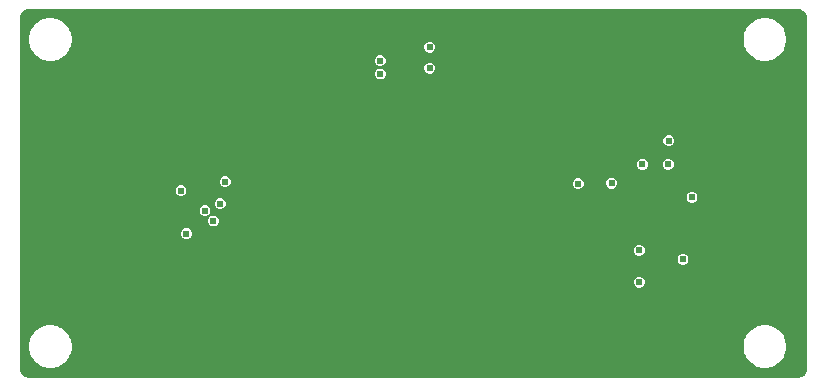
<source format=gbl>
G04*
G04 #@! TF.GenerationSoftware,Altium Limited,Altium Designer,24.4.1 (13)*
G04*
G04 Layer_Physical_Order=4*
G04 Layer_Color=16711680*
%FSLAX44Y44*%
%MOMM*%
G71*
G04*
G04 #@! TF.SameCoordinates,A288B9D6-13E1-428C-940A-BB186CF4840A*
G04*
G04*
G04 #@! TF.FilePolarity,Positive*
G04*
G01*
G75*
%ADD55C,0.6096*%
G36*
X661748Y314900D02*
X663333Y314585D01*
X664827Y313967D01*
X666171Y313069D01*
X667315Y311927D01*
X668213Y310584D01*
X668833Y309091D01*
X669150Y307506D01*
X669150Y306698D01*
X669120Y10150D01*
X669120Y10150D01*
X669120Y10150D01*
X669120Y9402D01*
X668829Y7934D01*
X668256Y6552D01*
X667426Y5308D01*
X666368Y4249D01*
X665125Y3417D01*
X663743Y2844D01*
X662275Y2550D01*
X661528Y2550D01*
X10450Y2590D01*
X10450Y2590D01*
X10450Y2590D01*
X9676D01*
X8157Y2892D01*
X6727Y3484D01*
X5439Y4344D01*
X4344Y5439D01*
X3484Y6727D01*
X2892Y8157D01*
X2590Y9676D01*
Y10450D01*
X2590Y10450D01*
X2590Y10450D01*
X2570Y306760D01*
D01*
X2570Y307559D01*
X2881Y309127D01*
X3493Y310604D01*
X4380Y311934D01*
X5510Y313065D01*
X6839Y313954D01*
X8315Y314566D01*
X9883Y314880D01*
X10682Y314880D01*
D01*
X660940Y314900D01*
X661748Y314900D01*
D02*
G37*
%LPC*%
G36*
X350667Y287020D02*
X348849D01*
X347168Y286324D01*
X345882Y285038D01*
X345186Y283357D01*
Y281539D01*
X345882Y279858D01*
X347168Y278572D01*
X348849Y277876D01*
X350667D01*
X352348Y278572D01*
X353634Y279858D01*
X354330Y281539D01*
Y283357D01*
X353634Y285038D01*
X352348Y286324D01*
X350667Y287020D01*
D02*
G37*
G36*
X635037Y307050D02*
X631983D01*
X631733Y307000D01*
X631478D01*
X628484Y306404D01*
X628248Y306307D01*
X627998Y306257D01*
X625177Y305089D01*
X624965Y304947D01*
X624729Y304849D01*
X622191Y303153D01*
X622010Y302973D01*
X621798Y302831D01*
X619639Y300672D01*
X619497Y300460D01*
X619317Y300280D01*
X617621Y297741D01*
X617523Y297505D01*
X617381Y297293D01*
X616213Y294472D01*
X616163Y294222D01*
X616066Y293986D01*
X615470Y290992D01*
Y290737D01*
X615420Y290487D01*
Y288960D01*
Y287433D01*
X615470Y287183D01*
Y286928D01*
X616066Y283934D01*
X616163Y283698D01*
X616213Y283448D01*
X617381Y280627D01*
X617523Y280415D01*
X617621Y280179D01*
X619317Y277640D01*
X619497Y277460D01*
X619639Y277248D01*
X621798Y275089D01*
X622010Y274947D01*
X622191Y274767D01*
X624729Y273071D01*
X624965Y272973D01*
X625177Y272831D01*
X627998Y271663D01*
X628248Y271613D01*
X628484Y271516D01*
X631478Y270920D01*
X631733D01*
X631983Y270870D01*
X635037D01*
X635287Y270920D01*
X635542D01*
X638536Y271516D01*
X638772Y271613D01*
X639022Y271663D01*
X641843Y272831D01*
X642055Y272973D01*
X642291Y273071D01*
X644829Y274767D01*
X645010Y274947D01*
X645222Y275089D01*
X647381Y277248D01*
X647523Y277460D01*
X647703Y277640D01*
X649399Y280179D01*
X649497Y280415D01*
X649639Y280627D01*
X650807Y283448D01*
X650857Y283698D01*
X650954Y283934D01*
X651550Y286928D01*
Y287183D01*
X651600Y287433D01*
Y288960D01*
Y290487D01*
X651550Y290737D01*
Y290992D01*
X650954Y293986D01*
X650857Y294222D01*
X650807Y294472D01*
X649639Y297293D01*
X649497Y297505D01*
X649399Y297741D01*
X647703Y300280D01*
X647523Y300460D01*
X647381Y300672D01*
X645222Y302831D01*
X645010Y302973D01*
X644829Y303153D01*
X642291Y304849D01*
X642055Y304947D01*
X641843Y305089D01*
X639022Y306257D01*
X638772Y306307D01*
X638536Y306404D01*
X635542Y307000D01*
X635287D01*
X635037Y307050D01*
D02*
G37*
G36*
X30037D02*
X26983D01*
X26733Y307000D01*
X26478D01*
X23484Y306404D01*
X23248Y306307D01*
X22998Y306257D01*
X20177Y305089D01*
X19965Y304947D01*
X19729Y304849D01*
X17191Y303153D01*
X17010Y302973D01*
X16798Y302831D01*
X14639Y300672D01*
X14497Y300460D01*
X14317Y300280D01*
X12621Y297741D01*
X12523Y297505D01*
X12381Y297293D01*
X11213Y294472D01*
X11163Y294222D01*
X11066Y293986D01*
X10470Y290992D01*
Y290737D01*
X10420Y290487D01*
Y288960D01*
Y287433D01*
X10470Y287183D01*
Y286928D01*
X11066Y283934D01*
X11163Y283698D01*
X11213Y283448D01*
X12381Y280627D01*
X12523Y280415D01*
X12621Y280179D01*
X14317Y277640D01*
X14497Y277460D01*
X14639Y277248D01*
X16798Y275089D01*
X17010Y274947D01*
X17191Y274767D01*
X19729Y273071D01*
X19965Y272973D01*
X20177Y272831D01*
X22998Y271663D01*
X23248Y271613D01*
X23484Y271516D01*
X26478Y270920D01*
X26733D01*
X26983Y270870D01*
X30037D01*
X30287Y270920D01*
X30542D01*
X33536Y271516D01*
X33772Y271613D01*
X34022Y271663D01*
X36843Y272831D01*
X37055Y272973D01*
X37291Y273071D01*
X39829Y274767D01*
X40010Y274947D01*
X40222Y275089D01*
X42381Y277248D01*
X42523Y277460D01*
X42703Y277640D01*
X44399Y280179D01*
X44497Y280415D01*
X44639Y280627D01*
X45807Y283448D01*
X45857Y283698D01*
X45954Y283934D01*
X46550Y286928D01*
Y287183D01*
X46600Y287433D01*
Y288960D01*
Y290487D01*
X46550Y290737D01*
Y290992D01*
X45954Y293986D01*
X45857Y294222D01*
X45807Y294472D01*
X44639Y297293D01*
X44497Y297505D01*
X44399Y297741D01*
X42703Y300280D01*
X42523Y300460D01*
X42381Y300672D01*
X40222Y302831D01*
X40010Y302973D01*
X39829Y303153D01*
X37291Y304849D01*
X37055Y304947D01*
X36843Y305089D01*
X34022Y306257D01*
X33772Y306307D01*
X33536Y306404D01*
X30542Y307000D01*
X30287D01*
X30037Y307050D01*
D02*
G37*
G36*
X308757Y275590D02*
X306939D01*
X305258Y274894D01*
X303972Y273608D01*
X303276Y271927D01*
Y270109D01*
X303972Y268428D01*
X305258Y267142D01*
X306939Y266446D01*
X308757D01*
X310438Y267142D01*
X311724Y268428D01*
X312420Y270109D01*
Y271927D01*
X311724Y273608D01*
X310438Y274894D01*
X308757Y275590D01*
D02*
G37*
G36*
X350667Y269240D02*
X348849D01*
X347168Y268544D01*
X345882Y267258D01*
X345186Y265577D01*
Y263759D01*
X345882Y262078D01*
X347168Y260792D01*
X348849Y260096D01*
X350667D01*
X352348Y260792D01*
X353634Y262078D01*
X354330Y263759D01*
Y265577D01*
X353634Y267258D01*
X352348Y268544D01*
X350667Y269240D01*
D02*
G37*
G36*
X308757Y264334D02*
X306939D01*
X305258Y263638D01*
X303972Y262352D01*
X303276Y260671D01*
Y258853D01*
X303972Y257172D01*
X305258Y255886D01*
X306939Y255190D01*
X308757D01*
X310438Y255886D01*
X311724Y257172D01*
X312420Y258853D01*
Y260671D01*
X311724Y262352D01*
X310438Y263638D01*
X308757Y264334D01*
D02*
G37*
G36*
X553105Y207772D02*
X551287D01*
X549606Y207076D01*
X548320Y205790D01*
X547624Y204109D01*
Y202291D01*
X548320Y200610D01*
X549606Y199324D01*
X551287Y198628D01*
X553105D01*
X554786Y199324D01*
X556072Y200610D01*
X556768Y202291D01*
Y204109D01*
X556072Y205790D01*
X554786Y207076D01*
X553105Y207772D01*
D02*
G37*
G36*
X552597Y187706D02*
X550779D01*
X549098Y187010D01*
X547812Y185724D01*
X547116Y184043D01*
Y182225D01*
X547812Y180544D01*
X549098Y179258D01*
X550779Y178562D01*
X552597D01*
X554278Y179258D01*
X555564Y180544D01*
X556260Y182225D01*
Y184043D01*
X555564Y185724D01*
X554278Y187010D01*
X552597Y187706D01*
D02*
G37*
G36*
X530753D02*
X528935D01*
X527254Y187010D01*
X525968Y185724D01*
X525272Y184043D01*
Y182225D01*
X525968Y180544D01*
X527254Y179258D01*
X528935Y178562D01*
X530753D01*
X532434Y179258D01*
X533720Y180544D01*
X534416Y182225D01*
Y184043D01*
X533720Y185724D01*
X532434Y187010D01*
X530753Y187706D01*
D02*
G37*
G36*
X177439Y172974D02*
X175621D01*
X173940Y172278D01*
X172654Y170992D01*
X171958Y169311D01*
Y167493D01*
X172654Y165812D01*
X173940Y164526D01*
X175621Y163830D01*
X177439D01*
X179120Y164526D01*
X180406Y165812D01*
X181102Y167493D01*
Y169311D01*
X180406Y170992D01*
X179120Y172278D01*
X177439Y172974D01*
D02*
G37*
G36*
X504591Y171704D02*
X502773D01*
X501092Y171008D01*
X499806Y169722D01*
X499110Y168041D01*
Y166223D01*
X499806Y164542D01*
X501092Y163256D01*
X502773Y162560D01*
X504591D01*
X506272Y163256D01*
X507558Y164542D01*
X508254Y166223D01*
Y168041D01*
X507558Y169722D01*
X506272Y171008D01*
X504591Y171704D01*
D02*
G37*
G36*
X476397Y171450D02*
X474579D01*
X472898Y170754D01*
X471612Y169468D01*
X470916Y167787D01*
Y165969D01*
X471612Y164288D01*
X472898Y163002D01*
X474579Y162306D01*
X476397D01*
X478078Y163002D01*
X479364Y164288D01*
X480060Y165969D01*
Y167787D01*
X479364Y169468D01*
X478078Y170754D01*
X476397Y171450D01*
D02*
G37*
G36*
X140101Y165354D02*
X138283D01*
X136602Y164658D01*
X135316Y163372D01*
X134620Y161691D01*
Y159873D01*
X135316Y158192D01*
X136602Y156906D01*
X138283Y156210D01*
X140101D01*
X141782Y156906D01*
X143068Y158192D01*
X143764Y159873D01*
Y161691D01*
X143068Y163372D01*
X141782Y164658D01*
X140101Y165354D01*
D02*
G37*
G36*
X572663Y160020D02*
X570845D01*
X569164Y159324D01*
X567878Y158038D01*
X567182Y156357D01*
Y154539D01*
X567878Y152858D01*
X569164Y151572D01*
X570845Y150876D01*
X572663D01*
X574344Y151572D01*
X575630Y152858D01*
X576326Y154539D01*
Y156357D01*
X575630Y158038D01*
X574344Y159324D01*
X572663Y160020D01*
D02*
G37*
G36*
X173375Y154432D02*
X171557D01*
X169876Y153736D01*
X168590Y152450D01*
X167894Y150769D01*
Y148951D01*
X168590Y147270D01*
X169876Y145984D01*
X171557Y145288D01*
X173375D01*
X175056Y145984D01*
X176342Y147270D01*
X177038Y148951D01*
Y150769D01*
X176342Y152450D01*
X175056Y153736D01*
X173375Y154432D01*
D02*
G37*
G36*
X160421Y148590D02*
X158603D01*
X156922Y147894D01*
X155636Y146608D01*
X154940Y144927D01*
Y143109D01*
X155636Y141428D01*
X156922Y140142D01*
X158603Y139446D01*
X160421D01*
X162102Y140142D01*
X163388Y141428D01*
X164084Y143109D01*
Y144927D01*
X163388Y146608D01*
X162102Y147894D01*
X160421Y148590D01*
D02*
G37*
G36*
X167435Y139798D02*
X165616D01*
X163936Y139102D01*
X162650Y137816D01*
X161954Y136136D01*
Y134317D01*
X162650Y132637D01*
X163936Y131350D01*
X165616Y130654D01*
X167435D01*
X169115Y131350D01*
X170401Y132637D01*
X171098Y134317D01*
Y136136D01*
X170401Y137816D01*
X169115Y139102D01*
X167435Y139798D01*
D02*
G37*
G36*
X144673Y129032D02*
X142855D01*
X141174Y128336D01*
X139888Y127050D01*
X139192Y125369D01*
Y123551D01*
X139888Y121870D01*
X141174Y120584D01*
X142855Y119888D01*
X144673D01*
X146354Y120584D01*
X147640Y121870D01*
X148336Y123551D01*
Y125369D01*
X147640Y127050D01*
X146354Y128336D01*
X144673Y129032D01*
D02*
G37*
G36*
X528003Y114878D02*
X526184D01*
X524504Y114182D01*
X523218Y112896D01*
X522522Y111215D01*
Y109397D01*
X523218Y107716D01*
X524504Y106430D01*
X526184Y105734D01*
X528003D01*
X529683Y106430D01*
X530970Y107716D01*
X531666Y109397D01*
Y111215D01*
X530970Y112896D01*
X529683Y114182D01*
X528003Y114878D01*
D02*
G37*
G36*
X565043Y107442D02*
X563225D01*
X561544Y106746D01*
X560258Y105460D01*
X559562Y103779D01*
Y101961D01*
X560258Y100280D01*
X561544Y98994D01*
X563225Y98298D01*
X565043D01*
X566724Y98994D01*
X568010Y100280D01*
X568706Y101961D01*
Y103779D01*
X568010Y105460D01*
X566724Y106746D01*
X565043Y107442D01*
D02*
G37*
G36*
X528003Y87928D02*
X526184D01*
X524504Y87232D01*
X523218Y85946D01*
X522522Y84265D01*
Y82446D01*
X523218Y80766D01*
X524504Y79480D01*
X526184Y78784D01*
X528003D01*
X529683Y79480D01*
X530970Y80766D01*
X531666Y82446D01*
Y84265D01*
X530970Y85946D01*
X529683Y87232D01*
X528003Y87928D01*
D02*
G37*
G36*
X635037Y47050D02*
X631983D01*
X631733Y47000D01*
X631478D01*
X628484Y46404D01*
X628248Y46307D01*
X627998Y46257D01*
X625177Y45089D01*
X624965Y44947D01*
X624729Y44849D01*
X622191Y43153D01*
X622010Y42973D01*
X621798Y42831D01*
X619639Y40672D01*
X619497Y40460D01*
X619317Y40279D01*
X617621Y37741D01*
X617523Y37505D01*
X617381Y37293D01*
X616213Y34472D01*
X616163Y34222D01*
X616066Y33986D01*
X615470Y30992D01*
Y30737D01*
X615420Y30487D01*
Y28960D01*
Y27433D01*
X615470Y27183D01*
Y26928D01*
X616066Y23934D01*
X616163Y23698D01*
X616213Y23448D01*
X617381Y20627D01*
X617523Y20415D01*
X617621Y20179D01*
X619317Y17641D01*
X619497Y17460D01*
X619639Y17248D01*
X621798Y15089D01*
X622010Y14947D01*
X622191Y14767D01*
X624729Y13071D01*
X624965Y12973D01*
X625177Y12831D01*
X627998Y11663D01*
X628248Y11613D01*
X628484Y11516D01*
X631478Y10920D01*
X631733D01*
X631983Y10870D01*
X635037D01*
X635287Y10920D01*
X635542D01*
X638536Y11516D01*
X638772Y11613D01*
X639022Y11663D01*
X641843Y12831D01*
X642055Y12973D01*
X642291Y13071D01*
X644829Y14767D01*
X645010Y14947D01*
X645222Y15089D01*
X647381Y17248D01*
X647523Y17460D01*
X647703Y17641D01*
X649399Y20179D01*
X649497Y20415D01*
X649639Y20627D01*
X650807Y23448D01*
X650857Y23698D01*
X650954Y23934D01*
X651550Y26928D01*
Y27183D01*
X651600Y27433D01*
Y28960D01*
Y30487D01*
X651550Y30737D01*
Y30992D01*
X650954Y33986D01*
X650857Y34222D01*
X650807Y34472D01*
X649639Y37293D01*
X649497Y37505D01*
X649399Y37741D01*
X647703Y40279D01*
X647523Y40460D01*
X647381Y40672D01*
X645222Y42831D01*
X645010Y42973D01*
X644829Y43153D01*
X642291Y44849D01*
X642055Y44947D01*
X641843Y45089D01*
X639022Y46257D01*
X638772Y46307D01*
X638536Y46404D01*
X635542Y47000D01*
X635287D01*
X635037Y47050D01*
D02*
G37*
G36*
X30037D02*
X26983D01*
X26733Y47000D01*
X26478D01*
X23484Y46404D01*
X23248Y46307D01*
X22998Y46257D01*
X20177Y45089D01*
X19965Y44947D01*
X19729Y44849D01*
X17191Y43153D01*
X17010Y42973D01*
X16798Y42831D01*
X14639Y40672D01*
X14497Y40460D01*
X14317Y40279D01*
X12621Y37741D01*
X12523Y37505D01*
X12381Y37293D01*
X11213Y34472D01*
X11163Y34222D01*
X11066Y33986D01*
X10470Y30992D01*
Y30737D01*
X10420Y30487D01*
Y28960D01*
Y27433D01*
X10470Y27183D01*
Y26928D01*
X11066Y23934D01*
X11163Y23698D01*
X11213Y23448D01*
X12381Y20627D01*
X12523Y20415D01*
X12621Y20179D01*
X14317Y17641D01*
X14497Y17460D01*
X14639Y17248D01*
X16798Y15089D01*
X17010Y14947D01*
X17191Y14767D01*
X19729Y13071D01*
X19965Y12973D01*
X20177Y12831D01*
X22998Y11663D01*
X23248Y11613D01*
X23484Y11516D01*
X26478Y10920D01*
X26733D01*
X26983Y10870D01*
X30037D01*
X30287Y10920D01*
X30542D01*
X33536Y11516D01*
X33772Y11613D01*
X34022Y11663D01*
X36843Y12831D01*
X37055Y12973D01*
X37291Y13071D01*
X39829Y14767D01*
X40010Y14947D01*
X40222Y15089D01*
X42381Y17248D01*
X42523Y17460D01*
X42703Y17641D01*
X44399Y20179D01*
X44497Y20415D01*
X44639Y20627D01*
X45807Y23448D01*
X45857Y23698D01*
X45954Y23934D01*
X46550Y26928D01*
Y27183D01*
X46600Y27433D01*
Y28960D01*
Y30487D01*
X46550Y30737D01*
Y30992D01*
X45954Y33986D01*
X45857Y34222D01*
X45807Y34472D01*
X44639Y37293D01*
X44497Y37505D01*
X44399Y37741D01*
X42703Y40279D01*
X42523Y40460D01*
X42381Y40672D01*
X40222Y42831D01*
X40010Y42973D01*
X39829Y43153D01*
X37291Y44849D01*
X37055Y44947D01*
X36843Y45089D01*
X34022Y46257D01*
X33772Y46307D01*
X33536Y46404D01*
X30542Y47000D01*
X30287D01*
X30037Y47050D01*
D02*
G37*
%LPD*%
D55*
X659046Y305966D02*
D03*
Y280567D02*
D03*
Y255166D02*
D03*
Y229767D02*
D03*
Y204366D02*
D03*
Y178967D02*
D03*
Y153567D02*
D03*
Y128167D02*
D03*
Y102767D02*
D03*
Y77366D02*
D03*
Y51967D02*
D03*
Y26567D02*
D03*
X633647Y255166D02*
D03*
Y229767D02*
D03*
Y51967D02*
D03*
X608246Y305966D02*
D03*
Y280567D02*
D03*
Y255166D02*
D03*
Y229767D02*
D03*
Y178967D02*
D03*
Y153567D02*
D03*
Y128167D02*
D03*
Y51967D02*
D03*
Y26567D02*
D03*
X582846Y305966D02*
D03*
Y280567D02*
D03*
Y255166D02*
D03*
Y229767D02*
D03*
Y204366D02*
D03*
Y178967D02*
D03*
Y153567D02*
D03*
Y26567D02*
D03*
X557447Y305966D02*
D03*
Y280567D02*
D03*
Y255166D02*
D03*
Y229767D02*
D03*
X532047Y305966D02*
D03*
Y280567D02*
D03*
Y255166D02*
D03*
Y153567D02*
D03*
Y51967D02*
D03*
X506646Y305966D02*
D03*
Y280567D02*
D03*
Y204366D02*
D03*
Y77366D02*
D03*
X481246Y305966D02*
D03*
Y229767D02*
D03*
Y204366D02*
D03*
Y153567D02*
D03*
Y128167D02*
D03*
Y102767D02*
D03*
Y77366D02*
D03*
Y26567D02*
D03*
X455846Y305966D02*
D03*
Y229767D02*
D03*
Y153567D02*
D03*
Y128167D02*
D03*
Y102767D02*
D03*
Y51967D02*
D03*
X430447Y305966D02*
D03*
Y204366D02*
D03*
Y153567D02*
D03*
Y128167D02*
D03*
Y77366D02*
D03*
Y51967D02*
D03*
X405047Y305966D02*
D03*
Y229767D02*
D03*
Y204366D02*
D03*
Y178967D02*
D03*
Y102767D02*
D03*
Y77366D02*
D03*
Y51967D02*
D03*
X379646Y305966D02*
D03*
Y178967D02*
D03*
Y51967D02*
D03*
X354246Y305966D02*
D03*
Y51967D02*
D03*
X328847Y305966D02*
D03*
Y178967D02*
D03*
Y51967D02*
D03*
X303447Y305966D02*
D03*
Y280567D02*
D03*
Y51967D02*
D03*
X278046Y305966D02*
D03*
Y51967D02*
D03*
X252647Y305966D02*
D03*
Y280567D02*
D03*
Y51967D02*
D03*
X227246Y305966D02*
D03*
Y280567D02*
D03*
Y255166D02*
D03*
Y229767D02*
D03*
Y128167D02*
D03*
Y102767D02*
D03*
Y77366D02*
D03*
Y26567D02*
D03*
X201847Y305966D02*
D03*
Y280567D02*
D03*
Y255166D02*
D03*
Y229767D02*
D03*
Y51967D02*
D03*
Y26567D02*
D03*
X176446Y305966D02*
D03*
Y280567D02*
D03*
Y255166D02*
D03*
Y229767D02*
D03*
Y128167D02*
D03*
Y102767D02*
D03*
Y51967D02*
D03*
X151046Y305966D02*
D03*
Y280567D02*
D03*
Y255166D02*
D03*
Y229767D02*
D03*
Y26567D02*
D03*
X125646Y305966D02*
D03*
Y280567D02*
D03*
Y255166D02*
D03*
Y229767D02*
D03*
Y102767D02*
D03*
Y77366D02*
D03*
Y51967D02*
D03*
Y26567D02*
D03*
X100246Y305966D02*
D03*
Y280567D02*
D03*
Y255166D02*
D03*
Y229767D02*
D03*
Y178967D02*
D03*
Y153567D02*
D03*
Y128167D02*
D03*
Y102767D02*
D03*
Y77366D02*
D03*
Y51967D02*
D03*
Y26567D02*
D03*
X74847Y305966D02*
D03*
Y280567D02*
D03*
Y255166D02*
D03*
Y178967D02*
D03*
Y153567D02*
D03*
Y128167D02*
D03*
Y102767D02*
D03*
Y77366D02*
D03*
Y51967D02*
D03*
Y26567D02*
D03*
X49447Y305966D02*
D03*
Y280567D02*
D03*
Y255166D02*
D03*
Y178967D02*
D03*
Y153567D02*
D03*
Y128167D02*
D03*
Y102767D02*
D03*
Y77366D02*
D03*
Y51967D02*
D03*
X24046Y255166D02*
D03*
Y229767D02*
D03*
Y204366D02*
D03*
Y178967D02*
D03*
Y153567D02*
D03*
Y128167D02*
D03*
Y102767D02*
D03*
Y77366D02*
D03*
Y51967D02*
D03*
X547116Y119888D02*
D03*
X503682Y167132D02*
D03*
X475488Y166878D02*
D03*
X192532Y188976D02*
D03*
X223439Y203213D02*
D03*
X212263D02*
D03*
X201250Y205113D02*
D03*
X203288Y189416D02*
D03*
X214352Y190995D02*
D03*
X225529D02*
D03*
X47940Y207623D02*
D03*
X44048Y197146D02*
D03*
X49196Y187226D02*
D03*
X59984Y184307D02*
D03*
X69431Y190279D02*
D03*
X80490Y191890D02*
D03*
X91666D02*
D03*
X102112Y187917D02*
D03*
X120904Y191008D02*
D03*
X144678Y191890D02*
D03*
X155854D02*
D03*
X167030D02*
D03*
X178206D02*
D03*
X192705Y205113D02*
D03*
X181574Y204108D02*
D03*
X170398D02*
D03*
X159222D02*
D03*
X148046D02*
D03*
X136870D02*
D03*
X125694D02*
D03*
X114523Y204430D02*
D03*
X103351Y204108D02*
D03*
X92175D02*
D03*
X80999D02*
D03*
X69856Y204967D02*
D03*
X60845Y211577D02*
D03*
X275844Y94742D02*
D03*
X296989D02*
D03*
X318135D02*
D03*
X339281D02*
D03*
X360426D02*
D03*
X276098Y73660D02*
D03*
X297243D02*
D03*
X318389D02*
D03*
X339534D02*
D03*
X360680D02*
D03*
X276098Y116078D02*
D03*
X297243D02*
D03*
X318389D02*
D03*
X339534D02*
D03*
X360680D02*
D03*
X276098Y137414D02*
D03*
X297243D02*
D03*
X318389D02*
D03*
X339534D02*
D03*
X360680D02*
D03*
X275844Y157734D02*
D03*
X296989D02*
D03*
X318135D02*
D03*
X339281D02*
D03*
X360426D02*
D03*
X275844Y178816D02*
D03*
X296989D02*
D03*
X318135D02*
D03*
X339281D02*
D03*
X360426D02*
D03*
Y200152D02*
D03*
X339281D02*
D03*
X318135D02*
D03*
X296989D02*
D03*
X275844D02*
D03*
X492506Y142240D02*
D03*
X571754Y155448D02*
D03*
X172466Y149860D02*
D03*
X143764Y124460D02*
D03*
X159512Y144018D02*
D03*
X166526Y135226D02*
D03*
X139192Y160782D02*
D03*
X176530Y168402D02*
D03*
X529844Y183134D02*
D03*
X349758Y264668D02*
D03*
Y282448D02*
D03*
X552196Y203200D02*
D03*
X307848Y259762D02*
D03*
Y271018D02*
D03*
X527094Y83356D02*
D03*
X551688Y183134D02*
D03*
X527094Y110306D02*
D03*
X564134Y102870D02*
D03*
M02*

</source>
